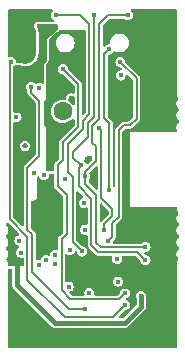
<source format=gbr>
%TF.GenerationSoftware,KiCad,Pcbnew,7.0.9*%
%TF.CreationDate,2024-04-04T21:50:02+13:00*%
%TF.ProjectId,panel,70616e65-6c2e-46b6-9963-61645f706362,rev?*%
%TF.SameCoordinates,Original*%
%TF.FileFunction,Copper,L2,Inr*%
%TF.FilePolarity,Positive*%
%FSLAX46Y46*%
G04 Gerber Fmt 4.6, Leading zero omitted, Abs format (unit mm)*
G04 Created by KiCad (PCBNEW 7.0.9) date 2024-04-04 21:50:02*
%MOMM*%
%LPD*%
G01*
G04 APERTURE LIST*
%TA.AperFunction,ComponentPad*%
%ADD10O,1.900000X3.500000*%
%TD*%
%TA.AperFunction,ComponentPad*%
%ADD11C,1.600000*%
%TD*%
%TA.AperFunction,ViaPad*%
%ADD12C,0.450000*%
%TD*%
%TA.AperFunction,Conductor*%
%ADD13C,0.400000*%
%TD*%
%TA.AperFunction,Conductor*%
%ADD14C,0.200000*%
%TD*%
G04 APERTURE END LIST*
D10*
%TO.N,Board_0-GND*%
%TO.C,J1*%
X142800000Y-23100000D03*
X154200000Y-23100000D03*
%TD*%
D11*
%TO.N,Board_0-Cap_V+*%
%TO.C,C3*%
X146000000Y-28900000D03*
%TO.N,Board_0-GND*%
X151000000Y-28900000D03*
%TD*%
D12*
%TO.N,Board_0-VBUS*%
X152650000Y-44500000D03*
X142100000Y-41400000D03*
X145300000Y-21800000D03*
X142150000Y-35100000D03*
%TO.N,Board_0-User_SW1*%
X149850000Y-39850000D03*
X150875000Y-24725000D03*
%TO.N,Board_0-User_LED3*%
X147650000Y-40750000D03*
X145450000Y-20750000D03*
%TO.N,Board_0-TXD*%
X153000000Y-40400000D03*
X147900000Y-34400000D03*
X151500000Y-20750000D03*
X144400000Y-34300000D03*
%TO.N,Board_0-RXD*%
X153000000Y-41500000D03*
X147550000Y-33450000D03*
X143550000Y-34100000D03*
X148650000Y-20750000D03*
%TO.N,Board_0-Net-(U6-V+)*%
X141600000Y-24700000D03*
X151250000Y-45300000D03*
%TO.N,Board_0-Net-(U6--)*%
X144000000Y-26900000D03*
%TO.N,Board_0-Net-(U5-~{CS})*%
X146490000Y-43720000D03*
%TO.N,Board_0-Net-(U4-VDD3P3)*%
X147775000Y-36625000D03*
%TO.N,Board_0-Net-(U1-VOUT)*%
X142080000Y-29400000D03*
%TO.N,Board_0-Net-(U1-RUN)*%
X145400000Y-24100000D03*
X144600000Y-30000000D03*
%TO.N,Board_0-Net-(R23-Pad1)*%
X146000000Y-25300000D03*
X151250000Y-44300000D03*
%TO.N,Board_0-GPIO9*%
X150650000Y-43300000D03*
%TO.N,Board_0-GPIO8*%
X148250000Y-44250000D03*
%TO.N,Board_0-GPIO2*%
X150600000Y-41400000D03*
%TO.N,Board_0-GND*%
X150874264Y-38800000D03*
X142600000Y-47000000D03*
X151400000Y-32400000D03*
X152500000Y-37200000D03*
X143675000Y-37625000D03*
X154200000Y-29600000D03*
X151400000Y-34000000D03*
X155100000Y-40500000D03*
X149600000Y-37600000D03*
X143675000Y-36625000D03*
X152300000Y-23450000D03*
X151400000Y-30700000D03*
X155400000Y-30400000D03*
X153500000Y-37200000D03*
X145675000Y-37625000D03*
X148575000Y-34825000D03*
X154000000Y-46700000D03*
X144675000Y-38625000D03*
X148100000Y-32900000D03*
X142800000Y-31800000D03*
X144675000Y-36625000D03*
X154500000Y-26000000D03*
X153950000Y-48300000D03*
X155100000Y-29000000D03*
X143675000Y-38625000D03*
X146700000Y-27800000D03*
X155100000Y-43500000D03*
X145675000Y-36625000D03*
X153600000Y-43000000D03*
X142600000Y-48000000D03*
X151400000Y-33200000D03*
X151550000Y-37200000D03*
X155100000Y-26500000D03*
X151400000Y-31550000D03*
X151400000Y-34700000D03*
X155200000Y-37200000D03*
X154100000Y-28700000D03*
X145675000Y-38625000D03*
X151400000Y-35350000D03*
X144675000Y-37625000D03*
X150500000Y-21900000D03*
X153250000Y-39000000D03*
X147150000Y-42100000D03*
X153100000Y-28500000D03*
X152300000Y-30400000D03*
X154200000Y-43450000D03*
X153800000Y-30400000D03*
X155000000Y-39000000D03*
X153600000Y-40000000D03*
X154100000Y-42000000D03*
%TO.N,Board_0-D0-*%
X143300000Y-26800000D03*
X147850000Y-45650000D03*
%TO.N,Board_0-Cap_V+*%
X149500000Y-38950000D03*
X149050000Y-30300000D03*
%TO.N,Board_0-A_VBUS*%
X150900000Y-25850000D03*
%TO.N,Board_0-ACC_SCK*%
X144600000Y-41500000D03*
%TO.N,Board_0-ACC_MOSI*%
X142450000Y-40850000D03*
%TO.N,Board_0-ACC_MISO*%
X144000000Y-41900000D03*
%TO.N,Board_0-ACC_INT2*%
X146600000Y-40600000D03*
%TO.N,Board_0-ACC_INT1*%
X145325000Y-41850000D03*
%TO.N,Board_0-+3V3*%
X149950000Y-35550000D03*
X145350000Y-41050000D03*
X142325000Y-39825000D03*
X146175000Y-34600000D03*
X149900000Y-23650000D03*
X147850000Y-38900000D03*
%TD*%
D13*
%TO.N,Board_0-VBUS*%
X152650000Y-45450000D02*
X152650000Y-44500000D01*
X145300000Y-21800000D02*
X144400000Y-22700000D01*
X144400000Y-24500000D02*
X142450000Y-26450000D01*
X144400000Y-22700000D02*
X144400000Y-24500000D01*
X142300000Y-26450000D02*
X142300000Y-26900000D01*
X145300000Y-46800000D02*
X151300000Y-46800000D01*
X142800000Y-27400000D02*
X142800000Y-29800000D01*
X142800000Y-29800000D02*
X142300000Y-30300000D01*
X142100000Y-43600000D02*
X145300000Y-46800000D01*
X151300000Y-46800000D02*
X152650000Y-45450000D01*
X142300000Y-30300000D02*
X142300000Y-30950000D01*
X142450000Y-26450000D02*
X142300000Y-26450000D01*
X142100000Y-41400000D02*
X142100000Y-43600000D01*
D14*
X143100000Y-25300000D02*
X143100000Y-25650000D01*
D13*
X142300000Y-26900000D02*
X142800000Y-27400000D01*
D14*
X143100000Y-25650000D02*
X142300000Y-26450000D01*
%TO.N,Board_0-User_SW1*%
X150750000Y-37800000D02*
X150750000Y-30500000D01*
X151700000Y-30050000D02*
X152250000Y-29500000D01*
X150200000Y-39500000D02*
X150200000Y-38350000D01*
X149850000Y-39850000D02*
X150200000Y-39500000D01*
X151200000Y-30050000D02*
X151700000Y-30050000D01*
X152250000Y-29500000D02*
X152250000Y-26100000D01*
X150750000Y-30500000D02*
X151200000Y-30050000D01*
X152250000Y-26100000D02*
X150875000Y-24725000D01*
X150200000Y-38350000D02*
X150750000Y-37800000D01*
%TO.N,Board_0-User_LED3*%
X147500000Y-20750000D02*
X145450000Y-20750000D01*
X147650000Y-40750000D02*
X146850000Y-39950000D01*
X147700000Y-30400000D02*
X147700000Y-29700000D01*
X146850000Y-34450000D02*
X146430000Y-34030000D01*
X146850000Y-39950000D02*
X146850000Y-34450000D01*
X146430000Y-34030000D02*
X146430000Y-31670000D01*
X147700000Y-29700000D02*
X148250000Y-29150000D01*
X148250000Y-29150000D02*
X148250000Y-21500000D01*
X148250000Y-21500000D02*
X147500000Y-20750000D01*
X146430000Y-31670000D02*
X147700000Y-30400000D01*
%TO.N,Board_0-TXD*%
X153000000Y-40400000D02*
X149200000Y-40400000D01*
X147900000Y-34000000D02*
X148800000Y-33100000D01*
X148850000Y-40050000D02*
X148850000Y-36000000D01*
X149850000Y-20750000D02*
X151500000Y-20750000D01*
X148800000Y-33100000D02*
X148800000Y-31850000D01*
X148800000Y-31850000D02*
X148500000Y-31550000D01*
X148500000Y-30100000D02*
X149100000Y-29500000D01*
X149200000Y-40400000D02*
X148850000Y-40050000D01*
X149100000Y-29500000D02*
X149100000Y-21500000D01*
X147900000Y-35050000D02*
X147900000Y-34400000D01*
X148500000Y-31550000D02*
X148500000Y-30100000D01*
X148850000Y-36000000D02*
X147900000Y-35050000D01*
X149100000Y-21500000D02*
X149850000Y-20750000D01*
X147900000Y-34400000D02*
X147900000Y-34000000D01*
%TO.N,Board_0-RXD*%
X147350000Y-33650000D02*
X147550000Y-33450000D01*
X148100000Y-31100000D02*
X148100000Y-29900000D01*
X148100000Y-29900000D02*
X148650000Y-29350000D01*
X149000000Y-40800000D02*
X148400000Y-40200000D01*
X148400000Y-36300000D02*
X147350000Y-35250000D01*
X147350000Y-35250000D02*
X147350000Y-33650000D01*
X152300000Y-40800000D02*
X149000000Y-40800000D01*
X148400000Y-40200000D02*
X148400000Y-36300000D01*
X146900000Y-32300000D02*
X148100000Y-31100000D01*
X147550000Y-33450000D02*
X146900000Y-32800000D01*
X148650000Y-29350000D02*
X148650000Y-20750000D01*
X146900000Y-32800000D02*
X146900000Y-32300000D01*
X153000000Y-41500000D02*
X152300000Y-40800000D01*
%TO.N,Board_0-Net-(U6-V+)*%
X151250000Y-45300000D02*
X150250000Y-46300000D01*
X141500000Y-24800000D02*
X141600000Y-24700000D01*
X141500000Y-38000000D02*
X141500000Y-24800000D01*
X150250000Y-46300000D02*
X146150000Y-46300000D01*
X146150000Y-46300000D02*
X143000000Y-43150000D01*
X143000000Y-43150000D02*
X143000000Y-39500000D01*
X143000000Y-39500000D02*
X141500000Y-38000000D01*
D13*
%TO.N,Board_0-Net-(U1-RUN)*%
X145000000Y-25900000D02*
X145000000Y-24500000D01*
X144600000Y-28100000D02*
X145400000Y-27300000D01*
X145400000Y-26300000D02*
X145000000Y-25900000D01*
X145400000Y-27300000D02*
X145400000Y-26300000D01*
X144600000Y-30000000D02*
X144600000Y-28100000D01*
X145000000Y-24500000D02*
X145400000Y-24100000D01*
D14*
%TO.N,Board_0-Net-(R23-Pad1)*%
X146350000Y-39250000D02*
X146350000Y-36000000D01*
X147300000Y-30200000D02*
X147300000Y-26600000D01*
X146000000Y-31500000D02*
X147300000Y-30200000D01*
X145900000Y-39700000D02*
X146350000Y-39250000D01*
X146000000Y-33000000D02*
X146000000Y-31500000D01*
X145900000Y-44050000D02*
X145900000Y-39700000D01*
X150750000Y-44800000D02*
X146650000Y-44800000D01*
X151250000Y-44300000D02*
X150750000Y-44800000D01*
X145590000Y-33410000D02*
X146000000Y-33000000D01*
X146350000Y-36000000D02*
X145590000Y-35240000D01*
X147300000Y-26600000D02*
X146000000Y-25300000D01*
X146650000Y-44800000D02*
X145900000Y-44050000D01*
X145590000Y-35240000D02*
X145590000Y-33410000D01*
%TO.N,Board_0-D0-*%
X146550000Y-45650000D02*
X143400000Y-42500000D01*
X143000000Y-33700000D02*
X144000000Y-32700000D01*
X144000000Y-32700000D02*
X144000000Y-28000000D01*
X143000000Y-38900000D02*
X143000000Y-33700000D01*
X143400000Y-42500000D02*
X143400000Y-39300000D01*
X144000000Y-28000000D02*
X143300000Y-27300000D01*
X143300000Y-27300000D02*
X143300000Y-26850000D01*
X143400000Y-39300000D02*
X143000000Y-38900000D01*
X147850000Y-45650000D02*
X146550000Y-45650000D01*
%TO.N,Board_0-Cap_V+*%
X149250000Y-30500000D02*
X149250000Y-36200000D01*
X150200000Y-37750000D02*
X149500000Y-38450000D01*
X150200000Y-37150000D02*
X150200000Y-37750000D01*
X149050000Y-30300000D02*
X149250000Y-30500000D01*
X149250000Y-36200000D02*
X150200000Y-37150000D01*
X149500000Y-38450000D02*
X149500000Y-38950000D01*
%TO.N,Board_0-+3V3*%
X149500000Y-29450000D02*
X149950000Y-29900000D01*
X149900000Y-23650000D02*
X149500000Y-24050000D01*
X149500000Y-24050000D02*
X149500000Y-29450000D01*
X149950000Y-29900000D02*
X149950000Y-35550000D01*
%TD*%
%TA.AperFunction,Conductor*%
%TO.N,Board_0-GND*%
G36*
X155608691Y-20269407D02*
G01*
X155644655Y-20318907D01*
X155649500Y-20349500D01*
X155649500Y-27205805D01*
X155649366Y-27209450D01*
X155648969Y-27214815D01*
X155649500Y-27236406D01*
X155649500Y-27262866D01*
X155649388Y-27262866D01*
X155649284Y-27271350D01*
X155649687Y-27271360D01*
X155649567Y-27276223D01*
X155650840Y-27293488D01*
X155650959Y-27295909D01*
X155651384Y-27313207D01*
X155651980Y-27318037D01*
X155651402Y-27318108D01*
X155652478Y-27332684D01*
X155653059Y-27332670D01*
X155653177Y-27337530D01*
X155655298Y-27354726D01*
X155655535Y-27357138D01*
X155656807Y-27374378D01*
X155657639Y-27379168D01*
X155657063Y-27379267D01*
X155658853Y-27393770D01*
X155659435Y-27393728D01*
X155659793Y-27398575D01*
X155659793Y-27398578D01*
X155661198Y-27406679D01*
X155662752Y-27415636D01*
X155663108Y-27418036D01*
X155665226Y-27435213D01*
X155666292Y-27439957D01*
X155665724Y-27440084D01*
X155668224Y-27454485D01*
X155668799Y-27454415D01*
X155669393Y-27459233D01*
X155673190Y-27476141D01*
X155673664Y-27478523D01*
X155676619Y-27495561D01*
X155677916Y-27500244D01*
X155677354Y-27500399D01*
X155680556Y-27514654D01*
X155681129Y-27514555D01*
X155681960Y-27519344D01*
X155686578Y-27536032D01*
X155687168Y-27538386D01*
X155690960Y-27555270D01*
X155692484Y-27559882D01*
X155691930Y-27560064D01*
X155695829Y-27574150D01*
X155696397Y-27574023D01*
X155697461Y-27578762D01*
X155697462Y-27578766D01*
X155701733Y-27591697D01*
X155702892Y-27595204D01*
X155703595Y-27597524D01*
X155708213Y-27614208D01*
X155709964Y-27618747D01*
X155709417Y-27618957D01*
X155714000Y-27632824D01*
X155714563Y-27632669D01*
X155715859Y-27637350D01*
X155715860Y-27637353D01*
X155715861Y-27637357D01*
X155720619Y-27649691D01*
X155722083Y-27653486D01*
X155722901Y-27655773D01*
X155728337Y-27672229D01*
X155730309Y-27676677D01*
X155729775Y-27676913D01*
X155735032Y-27690539D01*
X155735587Y-27690356D01*
X155737112Y-27694973D01*
X155744123Y-27710790D01*
X155745053Y-27713036D01*
X155751286Y-27729194D01*
X155753473Y-27733539D01*
X155752951Y-27733801D01*
X155758869Y-27747147D01*
X155759413Y-27746938D01*
X155761162Y-27751474D01*
X155766182Y-27761445D01*
X155775458Y-27821923D01*
X155747415Y-27876304D01*
X155742586Y-27880778D01*
X155717855Y-27902207D01*
X155640049Y-28023276D01*
X155640046Y-28023283D01*
X155599500Y-28161369D01*
X155599500Y-28305298D01*
X155640046Y-28443384D01*
X155640049Y-28443391D01*
X155717856Y-28564461D01*
X155717858Y-28564463D01*
X155826400Y-28658515D01*
X155857996Y-28710910D01*
X155852760Y-28771871D01*
X155826400Y-28808153D01*
X155717858Y-28902204D01*
X155717856Y-28902206D01*
X155640049Y-29023276D01*
X155640046Y-29023283D01*
X155599500Y-29161369D01*
X155599500Y-29305298D01*
X155640046Y-29443384D01*
X155640049Y-29443391D01*
X155717856Y-29564461D01*
X155717858Y-29564463D01*
X155826400Y-29658515D01*
X155857996Y-29710910D01*
X155852760Y-29771871D01*
X155826400Y-29808153D01*
X155717858Y-29902204D01*
X155717856Y-29902206D01*
X155640049Y-30023276D01*
X155640046Y-30023283D01*
X155599500Y-30161369D01*
X155599500Y-30305298D01*
X155640046Y-30443384D01*
X155640049Y-30443391D01*
X155674808Y-30497477D01*
X155690363Y-30556652D01*
X155668164Y-30613668D01*
X155616691Y-30646748D01*
X155591524Y-30650000D01*
X151650000Y-30650000D01*
X151650000Y-36950000D01*
X155552415Y-36950000D01*
X155610606Y-36968907D01*
X155646570Y-37018407D01*
X155650561Y-37041749D01*
X155650790Y-37041721D01*
X155651980Y-37051371D01*
X155651401Y-37051442D01*
X155652476Y-37066006D01*
X155653058Y-37065992D01*
X155653178Y-37070859D01*
X155655297Y-37088043D01*
X155655534Y-37090455D01*
X155656808Y-37107719D01*
X155657639Y-37112507D01*
X155657063Y-37112606D01*
X155658853Y-37127103D01*
X155659435Y-37127061D01*
X155659793Y-37131908D01*
X155659793Y-37131911D01*
X155661198Y-37140012D01*
X155662752Y-37148969D01*
X155663108Y-37151369D01*
X155665226Y-37168546D01*
X155666292Y-37173290D01*
X155665724Y-37173417D01*
X155668224Y-37187818D01*
X155668799Y-37187748D01*
X155669393Y-37192566D01*
X155673190Y-37209474D01*
X155673664Y-37211856D01*
X155676619Y-37228894D01*
X155677916Y-37233577D01*
X155677354Y-37233732D01*
X155680554Y-37247982D01*
X155681129Y-37247883D01*
X155681961Y-37252680D01*
X155686577Y-37269361D01*
X155687166Y-37271713D01*
X155690960Y-37288602D01*
X155692487Y-37293224D01*
X155691933Y-37293406D01*
X155695831Y-37307487D01*
X155696398Y-37307360D01*
X155697464Y-37312107D01*
X155702893Y-37328542D01*
X155703598Y-37330865D01*
X155708213Y-37347542D01*
X155709961Y-37352074D01*
X155709415Y-37352284D01*
X155714001Y-37366165D01*
X155714564Y-37366010D01*
X155715859Y-37370691D01*
X155722087Y-37386835D01*
X155722905Y-37389121D01*
X155728338Y-37405565D01*
X155730309Y-37410012D01*
X155729774Y-37410249D01*
X155735028Y-37423867D01*
X155735585Y-37423684D01*
X155737111Y-37428304D01*
X155743223Y-37442094D01*
X155744127Y-37444132D01*
X155745055Y-37446373D01*
X155751286Y-37462525D01*
X155753474Y-37466871D01*
X155752951Y-37467134D01*
X155758872Y-37480488D01*
X155759416Y-37480279D01*
X155761164Y-37484813D01*
X155766182Y-37494781D01*
X155775457Y-37555259D01*
X155747412Y-37609639D01*
X155742586Y-37614110D01*
X155717856Y-37635539D01*
X155717854Y-37635542D01*
X155640049Y-37756608D01*
X155640046Y-37756615D01*
X155599500Y-37894701D01*
X155599500Y-38038630D01*
X155640046Y-38176716D01*
X155640049Y-38176723D01*
X155717856Y-38297793D01*
X155717858Y-38297795D01*
X155826400Y-38391847D01*
X155857996Y-38444242D01*
X155852760Y-38505203D01*
X155826400Y-38541485D01*
X155717858Y-38635536D01*
X155717856Y-38635538D01*
X155640049Y-38756608D01*
X155640046Y-38756615D01*
X155599500Y-38894701D01*
X155599500Y-39038630D01*
X155640046Y-39176716D01*
X155640049Y-39176723D01*
X155717856Y-39297793D01*
X155717858Y-39297795D01*
X155826400Y-39391847D01*
X155857996Y-39444242D01*
X155852760Y-39505203D01*
X155826400Y-39541485D01*
X155717858Y-39635536D01*
X155717856Y-39635538D01*
X155640049Y-39756608D01*
X155640046Y-39756615D01*
X155599500Y-39894701D01*
X155599500Y-40038630D01*
X155640046Y-40176716D01*
X155640049Y-40176723D01*
X155717856Y-40297793D01*
X155717858Y-40297795D01*
X155826400Y-40391847D01*
X155857996Y-40444242D01*
X155852760Y-40505203D01*
X155826400Y-40541485D01*
X155717858Y-40635536D01*
X155717856Y-40635538D01*
X155640049Y-40756608D01*
X155640046Y-40756615D01*
X155599500Y-40894701D01*
X155599500Y-41038630D01*
X155640046Y-41176716D01*
X155640049Y-41176723D01*
X155717856Y-41297793D01*
X155742585Y-41319221D01*
X155774180Y-41371617D01*
X155768944Y-41432578D01*
X155766185Y-41438546D01*
X155761165Y-41448519D01*
X155759414Y-41453060D01*
X155758872Y-41452850D01*
X155752951Y-41466209D01*
X155753469Y-41466470D01*
X155751284Y-41470808D01*
X155745055Y-41486958D01*
X155744127Y-41489199D01*
X155737114Y-41505020D01*
X155735588Y-41509641D01*
X155735033Y-41509457D01*
X155729776Y-41523089D01*
X155730308Y-41523325D01*
X155728337Y-41527770D01*
X155722904Y-41544214D01*
X155722088Y-41546496D01*
X155715862Y-41562636D01*
X155714564Y-41567327D01*
X155714001Y-41567171D01*
X155709420Y-41581038D01*
X155709965Y-41581249D01*
X155708212Y-41585793D01*
X155703593Y-41602478D01*
X155702890Y-41604795D01*
X155697464Y-41621225D01*
X155696399Y-41625968D01*
X155695831Y-41625840D01*
X155691932Y-41639929D01*
X155692485Y-41640112D01*
X155690958Y-41644734D01*
X155687167Y-41661611D01*
X155686579Y-41663958D01*
X155681962Y-41680648D01*
X155681129Y-41685450D01*
X155680555Y-41685350D01*
X155677356Y-41699602D01*
X155677916Y-41699757D01*
X155676618Y-41704445D01*
X155673661Y-41721484D01*
X155673188Y-41723860D01*
X155669394Y-41740761D01*
X155668799Y-41745586D01*
X155668225Y-41745515D01*
X155665727Y-41759912D01*
X155666292Y-41760039D01*
X155665227Y-41764779D01*
X155663108Y-41781964D01*
X155662751Y-41784364D01*
X155659793Y-41801413D01*
X155659436Y-41806262D01*
X155658854Y-41806219D01*
X155657064Y-41820728D01*
X155657639Y-41820828D01*
X155656807Y-41825616D01*
X155655535Y-41842862D01*
X155655298Y-41845273D01*
X155653177Y-41862476D01*
X155653059Y-41867330D01*
X155652479Y-41867315D01*
X155651405Y-41881897D01*
X155651979Y-41881968D01*
X155651384Y-41886787D01*
X155650959Y-41904089D01*
X155650840Y-41906510D01*
X155649567Y-41923775D01*
X155649687Y-41928642D01*
X155649283Y-41928651D01*
X155649388Y-41937134D01*
X155649500Y-41937134D01*
X155649500Y-41963592D01*
X155648969Y-41985186D01*
X155649366Y-41990552D01*
X155649500Y-41994197D01*
X155649500Y-48850500D01*
X155630593Y-48908691D01*
X155581093Y-48944655D01*
X155550500Y-48949500D01*
X141449500Y-48949500D01*
X141391309Y-48930593D01*
X141355345Y-48881093D01*
X141350500Y-48850500D01*
X141350500Y-42302250D01*
X141369407Y-42244059D01*
X141418907Y-42208095D01*
X141463588Y-42204258D01*
X141472224Y-42205500D01*
X141600500Y-42205500D01*
X141658691Y-42224407D01*
X141694655Y-42273907D01*
X141699500Y-42304500D01*
X141699500Y-43663437D01*
X141706953Y-43686374D01*
X141710579Y-43701474D01*
X141714354Y-43725306D01*
X141725301Y-43746788D01*
X141731247Y-43761142D01*
X141738703Y-43784088D01*
X141738702Y-43784088D01*
X141752884Y-43803608D01*
X141760997Y-43816847D01*
X141771950Y-43838342D01*
X141771951Y-43838343D01*
X141792031Y-43858424D01*
X144971949Y-47038342D01*
X145061657Y-47128049D01*
X145061658Y-47128050D01*
X145083149Y-47139000D01*
X145096395Y-47147117D01*
X145115910Y-47161296D01*
X145115912Y-47161296D01*
X145115913Y-47161297D01*
X145138852Y-47168750D01*
X145153195Y-47174690D01*
X145174696Y-47185646D01*
X145198524Y-47189419D01*
X145213633Y-47193047D01*
X145222194Y-47195828D01*
X145236567Y-47200499D01*
X145266437Y-47200499D01*
X145266461Y-47200500D01*
X145268481Y-47200500D01*
X151363432Y-47200500D01*
X151363433Y-47200500D01*
X151386382Y-47193043D01*
X151401465Y-47189421D01*
X151425304Y-47185646D01*
X151446802Y-47174690D01*
X151461151Y-47168748D01*
X151484090Y-47161296D01*
X151503612Y-47147111D01*
X151516849Y-47139000D01*
X151538342Y-47128050D01*
X151555261Y-47111129D01*
X151555265Y-47111127D01*
X151560906Y-47105485D01*
X151560909Y-47105484D01*
X152955483Y-45710909D01*
X152978050Y-45688342D01*
X152989002Y-45666843D01*
X152997115Y-45653605D01*
X153011296Y-45634090D01*
X153018751Y-45611144D01*
X153024695Y-45596795D01*
X153035646Y-45575304D01*
X153039419Y-45551473D01*
X153043048Y-45536364D01*
X153050498Y-45513435D01*
X153050499Y-45513434D01*
X153050499Y-45483563D01*
X153050500Y-45483538D01*
X153050500Y-44674987D01*
X153058665Y-44640978D01*
X153057311Y-44640538D01*
X153059718Y-44633127D01*
X153059719Y-44633126D01*
X153080804Y-44500000D01*
X153059719Y-44366874D01*
X152998528Y-44246780D01*
X152903220Y-44151472D01*
X152903217Y-44151470D01*
X152783129Y-44090282D01*
X152783127Y-44090281D01*
X152650000Y-44069196D01*
X152516872Y-44090281D01*
X152516870Y-44090282D01*
X152396782Y-44151470D01*
X152301470Y-44246782D01*
X152240282Y-44366870D01*
X152240281Y-44366872D01*
X152219196Y-44499999D01*
X152219196Y-44500000D01*
X152240281Y-44633127D01*
X152242689Y-44640538D01*
X152241334Y-44640978D01*
X152249500Y-44674987D01*
X152249500Y-45243099D01*
X152230593Y-45301290D01*
X152220504Y-45313103D01*
X151163103Y-46370504D01*
X151108586Y-46398281D01*
X151093099Y-46399500D01*
X150814479Y-46399500D01*
X150756288Y-46380593D01*
X150720324Y-46331093D01*
X150720324Y-46269907D01*
X150744475Y-46230497D01*
X151220324Y-45754647D01*
X151274839Y-45726869D01*
X151383126Y-45709719D01*
X151503220Y-45648528D01*
X151598528Y-45553220D01*
X151659719Y-45433126D01*
X151680804Y-45300000D01*
X151678857Y-45287710D01*
X151667519Y-45216121D01*
X151659719Y-45166874D01*
X151598528Y-45046780D01*
X151503220Y-44951472D01*
X151503217Y-44951470D01*
X151379061Y-44888209D01*
X151335796Y-44844945D01*
X151326225Y-44784513D01*
X151354003Y-44729996D01*
X151379061Y-44711791D01*
X151452963Y-44674134D01*
X151503220Y-44648528D01*
X151598528Y-44553220D01*
X151659719Y-44433126D01*
X151680804Y-44300000D01*
X151659719Y-44166874D01*
X151598528Y-44046780D01*
X151503220Y-43951472D01*
X151503217Y-43951470D01*
X151383129Y-43890282D01*
X151383127Y-43890281D01*
X151250000Y-43869196D01*
X151116872Y-43890281D01*
X151116870Y-43890282D01*
X150996782Y-43951470D01*
X150901470Y-44046782D01*
X150840282Y-44166870D01*
X150840281Y-44166872D01*
X150823129Y-44275160D01*
X150795352Y-44329675D01*
X150654526Y-44470503D01*
X150600010Y-44498281D01*
X150584522Y-44499500D01*
X148757201Y-44499500D01*
X148699010Y-44480593D01*
X148663046Y-44431093D01*
X148659420Y-44385013D01*
X148680804Y-44250000D01*
X148680804Y-44249999D01*
X148667638Y-44166872D01*
X148659719Y-44116874D01*
X148598528Y-43996780D01*
X148503220Y-43901472D01*
X148503217Y-43901470D01*
X148383129Y-43840282D01*
X148383127Y-43840281D01*
X148250000Y-43819196D01*
X148116872Y-43840281D01*
X148116870Y-43840282D01*
X147996782Y-43901470D01*
X147901470Y-43996782D01*
X147840282Y-44116870D01*
X147840281Y-44116872D01*
X147819196Y-44249999D01*
X147819196Y-44250000D01*
X147840580Y-44385013D01*
X147831009Y-44445445D01*
X147787744Y-44488710D01*
X147742799Y-44499500D01*
X146815479Y-44499500D01*
X146757288Y-44480593D01*
X146745475Y-44470504D01*
X146571946Y-44296975D01*
X146544169Y-44242458D01*
X146553740Y-44182026D01*
X146597005Y-44138761D01*
X146615881Y-44132628D01*
X146615718Y-44132126D01*
X146623119Y-44129719D01*
X146623126Y-44129719D01*
X146743220Y-44068528D01*
X146838528Y-43973220D01*
X146899719Y-43853126D01*
X146920804Y-43720000D01*
X146919175Y-43709718D01*
X146909484Y-43648528D01*
X146899719Y-43586874D01*
X146838528Y-43466780D01*
X146743220Y-43371472D01*
X146743217Y-43371470D01*
X146623129Y-43310282D01*
X146623127Y-43310281D01*
X146558215Y-43300000D01*
X150219196Y-43300000D01*
X150240281Y-43433127D01*
X150240282Y-43433129D01*
X150301470Y-43553217D01*
X150301472Y-43553220D01*
X150396780Y-43648528D01*
X150516874Y-43709719D01*
X150650000Y-43730804D01*
X150783126Y-43709719D01*
X150903220Y-43648528D01*
X150998528Y-43553220D01*
X151059719Y-43433126D01*
X151080804Y-43300000D01*
X151078829Y-43287533D01*
X151068131Y-43219987D01*
X151059719Y-43166874D01*
X150998528Y-43046780D01*
X150903220Y-42951472D01*
X150903217Y-42951470D01*
X150783129Y-42890282D01*
X150783127Y-42890281D01*
X150650000Y-42869196D01*
X150516872Y-42890281D01*
X150516870Y-42890282D01*
X150396782Y-42951470D01*
X150301470Y-43046782D01*
X150240282Y-43166870D01*
X150240281Y-43166872D01*
X150219196Y-43299999D01*
X150219196Y-43300000D01*
X146558215Y-43300000D01*
X146490000Y-43289196D01*
X146356874Y-43310281D01*
X146344445Y-43316614D01*
X146284013Y-43326185D01*
X146229496Y-43298408D01*
X146201719Y-43243891D01*
X146200500Y-43228404D01*
X146200500Y-41035547D01*
X146219407Y-40977356D01*
X146268907Y-40941392D01*
X146330093Y-40941392D01*
X146344446Y-40947338D01*
X146346778Y-40948526D01*
X146346780Y-40948528D01*
X146466874Y-41009719D01*
X146600000Y-41030804D01*
X146733126Y-41009719D01*
X146853220Y-40948528D01*
X146948528Y-40853220D01*
X146997752Y-40756613D01*
X147013257Y-40726184D01*
X147015494Y-40727324D01*
X147044404Y-40687514D01*
X147102591Y-40668593D01*
X147160786Y-40687487D01*
X147172618Y-40697589D01*
X147195352Y-40720323D01*
X147223129Y-40774839D01*
X147240281Y-40883127D01*
X147240282Y-40883129D01*
X147288532Y-40977824D01*
X147301472Y-41003220D01*
X147396780Y-41098528D01*
X147516874Y-41159719D01*
X147650000Y-41180804D01*
X147783126Y-41159719D01*
X147903220Y-41098528D01*
X147998528Y-41003220D01*
X148059719Y-40883126D01*
X148080804Y-40750000D01*
X148080006Y-40744964D01*
X148073118Y-40701472D01*
X148059719Y-40616874D01*
X148021976Y-40542799D01*
X148001723Y-40503050D01*
X148000655Y-40496311D01*
X147989382Y-40487634D01*
X147903220Y-40401472D01*
X147903217Y-40401470D01*
X147783129Y-40340282D01*
X147783127Y-40340281D01*
X147674839Y-40323129D01*
X147620323Y-40295352D01*
X147179496Y-39854525D01*
X147151719Y-39800008D01*
X147150500Y-39784521D01*
X147150500Y-36659965D01*
X147160154Y-36630250D01*
X147150500Y-36590034D01*
X147150500Y-35714479D01*
X147169407Y-35656288D01*
X147218907Y-35620324D01*
X147280093Y-35620324D01*
X147319504Y-35644475D01*
X147718951Y-36043922D01*
X147746728Y-36098439D01*
X147737157Y-36158871D01*
X147693892Y-36202136D01*
X147664437Y-36211707D01*
X147641871Y-36215281D01*
X147641870Y-36215282D01*
X147521782Y-36276470D01*
X147426470Y-36371782D01*
X147365282Y-36491870D01*
X147365281Y-36491872D01*
X147347281Y-36605521D01*
X147338380Y-36622989D01*
X147347281Y-36644478D01*
X147365281Y-36758127D01*
X147365282Y-36758129D01*
X147426470Y-36878217D01*
X147426472Y-36878220D01*
X147521780Y-36973528D01*
X147521782Y-36973529D01*
X147575659Y-37000981D01*
X147641874Y-37034719D01*
X147775000Y-37055804D01*
X147908126Y-37034719D01*
X147955554Y-37010552D01*
X148015986Y-37000981D01*
X148070503Y-37028758D01*
X148098281Y-37083274D01*
X148099500Y-37098762D01*
X148099500Y-38392799D01*
X148080593Y-38450990D01*
X148031093Y-38486954D01*
X147985013Y-38490580D01*
X147983126Y-38490281D01*
X147850000Y-38469196D01*
X147716872Y-38490281D01*
X147716870Y-38490282D01*
X147596782Y-38551470D01*
X147501470Y-38646782D01*
X147440282Y-38766870D01*
X147440281Y-38766872D01*
X147419196Y-38899999D01*
X147419196Y-38900000D01*
X147440281Y-39033127D01*
X147440282Y-39033129D01*
X147501470Y-39153217D01*
X147501472Y-39153220D01*
X147596780Y-39248528D01*
X147716874Y-39309719D01*
X147824945Y-39326835D01*
X147849999Y-39330804D01*
X147849999Y-39330803D01*
X147850000Y-39330804D01*
X147983126Y-39309719D01*
X147983126Y-39309718D01*
X147985013Y-39309420D01*
X148045445Y-39318991D01*
X148088710Y-39362256D01*
X148099500Y-39407201D01*
X148099500Y-40134835D01*
X148097280Y-40148513D01*
X148098494Y-40148683D01*
X148097226Y-40157766D01*
X148099447Y-40205783D01*
X148099500Y-40208069D01*
X148099500Y-40227842D01*
X148100152Y-40231332D01*
X148100943Y-40238149D01*
X148102414Y-40269987D01*
X148102415Y-40269994D01*
X148106384Y-40278982D01*
X148113133Y-40300773D01*
X148114939Y-40310433D01*
X148131717Y-40337533D01*
X148134915Y-40343600D01*
X148149945Y-40377635D01*
X148150634Y-40384394D01*
X148167294Y-40399723D01*
X148167900Y-40399172D01*
X148174079Y-40405950D01*
X148174080Y-40405951D01*
X148174081Y-40405952D01*
X148187632Y-40416185D01*
X148199511Y-40425156D01*
X148204690Y-40429662D01*
X148741436Y-40966407D01*
X148749537Y-40977647D01*
X148750516Y-40976909D01*
X148756044Y-40984230D01*
X148791569Y-41016616D01*
X148793223Y-41018195D01*
X148805833Y-41030804D01*
X148807203Y-41032174D01*
X148810128Y-41034178D01*
X148815505Y-41038437D01*
X148839064Y-41059914D01*
X148839065Y-41059914D01*
X148839067Y-41059916D01*
X148848230Y-41063466D01*
X148868416Y-41074105D01*
X148876519Y-41079656D01*
X148907553Y-41086955D01*
X148914090Y-41088979D01*
X148943827Y-41100500D01*
X148953652Y-41100500D01*
X148976316Y-41103129D01*
X148985881Y-41105379D01*
X149012118Y-41101719D01*
X149017453Y-41100975D01*
X149024299Y-41100500D01*
X150113499Y-41100500D01*
X150171690Y-41119407D01*
X150207654Y-41168907D01*
X150207654Y-41230093D01*
X150201709Y-41244444D01*
X150190281Y-41266872D01*
X150169196Y-41399999D01*
X150169196Y-41400000D01*
X150190281Y-41533127D01*
X150190282Y-41533129D01*
X150251470Y-41653217D01*
X150251472Y-41653220D01*
X150346780Y-41748528D01*
X150466874Y-41809719D01*
X150600000Y-41830804D01*
X150733126Y-41809719D01*
X150853220Y-41748528D01*
X150948528Y-41653220D01*
X151009719Y-41533126D01*
X151030804Y-41400000D01*
X151030669Y-41399150D01*
X151015873Y-41305730D01*
X151009719Y-41266874D01*
X150999481Y-41246780D01*
X150998291Y-41244444D01*
X150988720Y-41184012D01*
X151016498Y-41129496D01*
X151071015Y-41101719D01*
X151086501Y-41100500D01*
X152134521Y-41100500D01*
X152192712Y-41119407D01*
X152204525Y-41129496D01*
X152545352Y-41470323D01*
X152573129Y-41524839D01*
X152590281Y-41633127D01*
X152590282Y-41633129D01*
X152649377Y-41749109D01*
X152651472Y-41753220D01*
X152746780Y-41848528D01*
X152746782Y-41848529D01*
X152866216Y-41909384D01*
X152866874Y-41909719D01*
X153000000Y-41930804D01*
X153133126Y-41909719D01*
X153253220Y-41848528D01*
X153348528Y-41753220D01*
X153409719Y-41633126D01*
X153430804Y-41500000D01*
X153430006Y-41494964D01*
X153425004Y-41463380D01*
X153409719Y-41366874D01*
X153409718Y-41366872D01*
X153409717Y-41366870D01*
X153348529Y-41246782D01*
X153348528Y-41246780D01*
X153253220Y-41151472D01*
X153253217Y-41151470D01*
X153133129Y-41090282D01*
X153133127Y-41090281D01*
X153024839Y-41073129D01*
X152970324Y-41045352D01*
X152924778Y-40999806D01*
X152897002Y-40945291D01*
X152906573Y-40884859D01*
X152949838Y-40841594D01*
X152994783Y-40830804D01*
X153000000Y-40830804D01*
X153133126Y-40809719D01*
X153253220Y-40748528D01*
X153348528Y-40653220D01*
X153409719Y-40533126D01*
X153430804Y-40400000D01*
X153409719Y-40266874D01*
X153348528Y-40146780D01*
X153253220Y-40051472D01*
X153253217Y-40051470D01*
X153133129Y-39990282D01*
X153133127Y-39990281D01*
X153000000Y-39969196D01*
X152866872Y-39990281D01*
X152866870Y-39990282D01*
X152746782Y-40051470D01*
X152746780Y-40051471D01*
X152746780Y-40051472D01*
X152727746Y-40070505D01*
X152673232Y-40098281D01*
X152657745Y-40099500D01*
X150357201Y-40099500D01*
X150299010Y-40080593D01*
X150263046Y-40031093D01*
X150259420Y-39985014D01*
X150268841Y-39925529D01*
X150276869Y-39874839D01*
X150304646Y-39820324D01*
X150366405Y-39758564D01*
X150377664Y-39750493D01*
X150376905Y-39749487D01*
X150384221Y-39743961D01*
X150384228Y-39743958D01*
X150416632Y-39708411D01*
X150418186Y-39706783D01*
X150432174Y-39692797D01*
X150434181Y-39689865D01*
X150438440Y-39684490D01*
X150445890Y-39676318D01*
X150459916Y-39660933D01*
X150463466Y-39651767D01*
X150474107Y-39631581D01*
X150479657Y-39623480D01*
X150486956Y-39592443D01*
X150488980Y-39585908D01*
X150500500Y-39556173D01*
X150500500Y-39546348D01*
X150503129Y-39523683D01*
X150505379Y-39514119D01*
X150500975Y-39482546D01*
X150500500Y-39475699D01*
X150500500Y-38515477D01*
X150519407Y-38457286D01*
X150529490Y-38445480D01*
X150916403Y-38058566D01*
X150927664Y-38050493D01*
X150926905Y-38049487D01*
X150934221Y-38043961D01*
X150934228Y-38043958D01*
X150966632Y-38008411D01*
X150968186Y-38006783D01*
X150982174Y-37992797D01*
X150984181Y-37989865D01*
X150988440Y-37984490D01*
X151009916Y-37960933D01*
X151013465Y-37951770D01*
X151024106Y-37931582D01*
X151029656Y-37923481D01*
X151036955Y-37892443D01*
X151038977Y-37885914D01*
X151050500Y-37856173D01*
X151050500Y-37846348D01*
X151053129Y-37823683D01*
X151055379Y-37814119D01*
X151050975Y-37782547D01*
X151050500Y-37775701D01*
X151050500Y-30665479D01*
X151069407Y-30607288D01*
X151079496Y-30595475D01*
X151295475Y-30379496D01*
X151349992Y-30351719D01*
X151365479Y-30350500D01*
X151634836Y-30350500D01*
X151648511Y-30352732D01*
X151648683Y-30351506D01*
X151657764Y-30352772D01*
X151657765Y-30352773D01*
X151657765Y-30352772D01*
X151657766Y-30352773D01*
X151666507Y-30352368D01*
X151705793Y-30350552D01*
X151708070Y-30350500D01*
X151727841Y-30350500D01*
X151727844Y-30350500D01*
X151731337Y-30349846D01*
X151738141Y-30349056D01*
X151769992Y-30347585D01*
X151778976Y-30343617D01*
X151800777Y-30336865D01*
X151810433Y-30335061D01*
X151837543Y-30318274D01*
X151843589Y-30315088D01*
X151872765Y-30302206D01*
X151879709Y-30295260D01*
X151897601Y-30281089D01*
X151905952Y-30275919D01*
X151925165Y-30250474D01*
X151929662Y-30245308D01*
X152151694Y-30023276D01*
X152416405Y-29758564D01*
X152427664Y-29750493D01*
X152426905Y-29749487D01*
X152434221Y-29743961D01*
X152434228Y-29743958D01*
X152466632Y-29708411D01*
X152468186Y-29706783D01*
X152482174Y-29692797D01*
X152484181Y-29689865D01*
X152488440Y-29684490D01*
X152509916Y-29660933D01*
X152513465Y-29651770D01*
X152524106Y-29631582D01*
X152529656Y-29623481D01*
X152536955Y-29592443D01*
X152538977Y-29585914D01*
X152550500Y-29556173D01*
X152550500Y-29546348D01*
X152553129Y-29523683D01*
X152555379Y-29514119D01*
X152550975Y-29482547D01*
X152550500Y-29475701D01*
X152550500Y-26165169D01*
X152552731Y-26151496D01*
X152551505Y-26151325D01*
X152552773Y-26142233D01*
X152550553Y-26094216D01*
X152550500Y-26091929D01*
X152550500Y-26072160D01*
X152550500Y-26072156D01*
X152549846Y-26068664D01*
X152549056Y-26061859D01*
X152547585Y-26030009D01*
X152543613Y-26021014D01*
X152536865Y-25999220D01*
X152535061Y-25989567D01*
X152518278Y-25962462D01*
X152515085Y-25956406D01*
X152506090Y-25936031D01*
X152502207Y-25927236D01*
X152495257Y-25920286D01*
X152481088Y-25902396D01*
X152475920Y-25894049D01*
X152475919Y-25894048D01*
X152450483Y-25874839D01*
X152445306Y-25870334D01*
X151329646Y-24754675D01*
X151301869Y-24700158D01*
X151295855Y-24662187D01*
X151284719Y-24591874D01*
X151223528Y-24471780D01*
X151128220Y-24376472D01*
X151128217Y-24376470D01*
X151008129Y-24315282D01*
X151008127Y-24315281D01*
X150875000Y-24294196D01*
X150741872Y-24315281D01*
X150741870Y-24315282D01*
X150621782Y-24376470D01*
X150526470Y-24471782D01*
X150465282Y-24591870D01*
X150465281Y-24591872D01*
X150444196Y-24724999D01*
X150444196Y-24725000D01*
X150465281Y-24858127D01*
X150465282Y-24858129D01*
X150526470Y-24978217D01*
X150526472Y-24978220D01*
X150621780Y-25073528D01*
X150741874Y-25134719D01*
X150850159Y-25151869D01*
X150904674Y-25179646D01*
X150904675Y-25179646D01*
X150975221Y-25250192D01*
X151002998Y-25304709D01*
X150993427Y-25365141D01*
X150950162Y-25408406D01*
X150905217Y-25419196D01*
X150900000Y-25419196D01*
X150766872Y-25440281D01*
X150766870Y-25440282D01*
X150646782Y-25501470D01*
X150551470Y-25596782D01*
X150490282Y-25716870D01*
X150490281Y-25716872D01*
X150469196Y-25849999D01*
X150469196Y-25850000D01*
X150490281Y-25983127D01*
X150490282Y-25983129D01*
X150546298Y-26093066D01*
X150551472Y-26103220D01*
X150646780Y-26198528D01*
X150766874Y-26259719D01*
X150900000Y-26280804D01*
X151033126Y-26259719D01*
X151153220Y-26198528D01*
X151248528Y-26103220D01*
X151309719Y-25983126D01*
X151330804Y-25850000D01*
X151330804Y-25849999D01*
X151330804Y-25844783D01*
X151349711Y-25786592D01*
X151399211Y-25750628D01*
X151460397Y-25750628D01*
X151499808Y-25774779D01*
X151920504Y-26195475D01*
X151948281Y-26249992D01*
X151949500Y-26265479D01*
X151949500Y-29334521D01*
X151930593Y-29392712D01*
X151920504Y-29404524D01*
X151604526Y-29720503D01*
X151550009Y-29748281D01*
X151534522Y-29749500D01*
X151265164Y-29749500D01*
X151251488Y-29747267D01*
X151251317Y-29748494D01*
X151242233Y-29747226D01*
X151201886Y-29749092D01*
X151194206Y-29749447D01*
X151191930Y-29749500D01*
X151172153Y-29749500D01*
X151168658Y-29750153D01*
X151161845Y-29750943D01*
X151130010Y-29752414D01*
X151130006Y-29752415D01*
X151121015Y-29756385D01*
X151099227Y-29763132D01*
X151089570Y-29764937D01*
X151089564Y-29764939D01*
X151062466Y-29781717D01*
X151056399Y-29784915D01*
X151027237Y-29797792D01*
X151027233Y-29797795D01*
X151020284Y-29804744D01*
X151002409Y-29818903D01*
X150994048Y-29824080D01*
X150974839Y-29849515D01*
X150970335Y-29854692D01*
X150583590Y-30241437D01*
X150572361Y-30249550D01*
X150573090Y-30250515D01*
X150565771Y-30256041D01*
X150533372Y-30291580D01*
X150531796Y-30293231D01*
X150517830Y-30307198D01*
X150517817Y-30307213D01*
X150515813Y-30310138D01*
X150511561Y-30315504D01*
X150490084Y-30339065D01*
X150490083Y-30339067D01*
X150486529Y-30348240D01*
X150475896Y-30368412D01*
X150470346Y-30376515D01*
X150470342Y-30376524D01*
X150463045Y-30407545D01*
X150461016Y-30414098D01*
X150449500Y-30443824D01*
X150449500Y-30453651D01*
X150446871Y-30476316D01*
X150445871Y-30480568D01*
X150440504Y-30489416D01*
X150447551Y-30506884D01*
X150449025Y-30517452D01*
X150449500Y-30524298D01*
X150449500Y-35208744D01*
X150430593Y-35266935D01*
X150381093Y-35302899D01*
X150319907Y-35302899D01*
X150280496Y-35278748D01*
X150279496Y-35277748D01*
X150251719Y-35223231D01*
X150250500Y-35207744D01*
X150250500Y-30520561D01*
X150258356Y-30496379D01*
X150258212Y-30496212D01*
X150250500Y-30457903D01*
X150250500Y-29965168D01*
X150252731Y-29951495D01*
X150251505Y-29951324D01*
X150252773Y-29942232D01*
X150250997Y-29903811D01*
X150250552Y-29894207D01*
X150250500Y-29891928D01*
X150250500Y-29872160D01*
X150250500Y-29872156D01*
X150249846Y-29868664D01*
X150249056Y-29861859D01*
X150247585Y-29830008D01*
X150243615Y-29821017D01*
X150236864Y-29799215D01*
X150236598Y-29797794D01*
X150235061Y-29789567D01*
X150218276Y-29762458D01*
X150215084Y-29756401D01*
X150202206Y-29727235D01*
X150202205Y-29727233D01*
X150195256Y-29720284D01*
X150181090Y-29702399D01*
X150175919Y-29694048D01*
X150150483Y-29674839D01*
X150145306Y-29670334D01*
X149829496Y-29354525D01*
X149801719Y-29300008D01*
X149800500Y-29284521D01*
X149800500Y-24215477D01*
X149819407Y-24157286D01*
X149829491Y-24145478D01*
X149870324Y-24104645D01*
X149924834Y-24076870D01*
X150033126Y-24059719D01*
X150153220Y-23998528D01*
X150248528Y-23903220D01*
X150278218Y-23844949D01*
X150321481Y-23801687D01*
X150381913Y-23792116D01*
X150419098Y-23806072D01*
X150450474Y-23825787D01*
X150450475Y-23825787D01*
X150450478Y-23825789D01*
X150551145Y-23861014D01*
X150620738Y-23885366D01*
X150620742Y-23885367D01*
X150620745Y-23885368D01*
X150620746Y-23885368D01*
X150620750Y-23885369D01*
X150755029Y-23900499D01*
X150755045Y-23900499D01*
X150755046Y-23900500D01*
X150755047Y-23900500D01*
X150844953Y-23900500D01*
X150844954Y-23900500D01*
X150844955Y-23900499D01*
X150844970Y-23900499D01*
X150979249Y-23885369D01*
X150979251Y-23885368D01*
X150979255Y-23885368D01*
X151149522Y-23825789D01*
X151302262Y-23729816D01*
X151429816Y-23602262D01*
X151525789Y-23449522D01*
X151585368Y-23279255D01*
X151605565Y-23100000D01*
X151585368Y-22920745D01*
X151525789Y-22750478D01*
X151429816Y-22597738D01*
X151302262Y-22470184D01*
X151302259Y-22470182D01*
X151302258Y-22470181D01*
X151149523Y-22374211D01*
X150979261Y-22314633D01*
X150979249Y-22314630D01*
X150844970Y-22299500D01*
X150844954Y-22299500D01*
X150755046Y-22299500D01*
X150755029Y-22299500D01*
X150620750Y-22314630D01*
X150620738Y-22314633D01*
X150450477Y-22374211D01*
X150450476Y-22374211D01*
X150297741Y-22470181D01*
X150170181Y-22597741D01*
X150074211Y-22750476D01*
X150074211Y-22750477D01*
X150014633Y-22920738D01*
X150014632Y-22920742D01*
X149994435Y-23100000D01*
X149995462Y-23109113D01*
X149983188Y-23169054D01*
X149938025Y-23210334D01*
X149907529Y-23216934D01*
X149907695Y-23217977D01*
X149766872Y-23240281D01*
X149766870Y-23240282D01*
X149646782Y-23301470D01*
X149646780Y-23301471D01*
X149646780Y-23301472D01*
X149569501Y-23378750D01*
X149514987Y-23406526D01*
X149454555Y-23396955D01*
X149411290Y-23353690D01*
X149400500Y-23308745D01*
X149400500Y-21665479D01*
X149419407Y-21607288D01*
X149429496Y-21595475D01*
X149945475Y-21079496D01*
X149999992Y-21051719D01*
X150015479Y-21050500D01*
X151157745Y-21050500D01*
X151215936Y-21069407D01*
X151227742Y-21079490D01*
X151246780Y-21098528D01*
X151366874Y-21159719D01*
X151500000Y-21180804D01*
X151633126Y-21159719D01*
X151753220Y-21098528D01*
X151848528Y-21003220D01*
X151909719Y-20883126D01*
X151930804Y-20750000D01*
X151909719Y-20616874D01*
X151848528Y-20496780D01*
X151771249Y-20419501D01*
X151743474Y-20364987D01*
X151753045Y-20304555D01*
X151796310Y-20261290D01*
X151841255Y-20250500D01*
X155550500Y-20250500D01*
X155608691Y-20269407D01*
G37*
%TD.AperFunction*%
%TA.AperFunction,Conductor*%
G36*
X145239793Y-34166526D02*
G01*
X145280843Y-34211897D01*
X145289500Y-34252382D01*
X145289500Y-35174835D01*
X145287280Y-35188513D01*
X145288494Y-35188683D01*
X145287226Y-35197766D01*
X145289447Y-35245783D01*
X145289500Y-35248069D01*
X145289500Y-35267842D01*
X145290152Y-35271332D01*
X145290943Y-35278149D01*
X145292414Y-35309987D01*
X145292415Y-35309994D01*
X145296384Y-35318982D01*
X145303133Y-35340773D01*
X145304939Y-35350433D01*
X145321717Y-35377533D01*
X145324915Y-35383600D01*
X145330752Y-35396818D01*
X145337794Y-35412765D01*
X145344745Y-35419716D01*
X145358907Y-35437596D01*
X145364081Y-35445952D01*
X145389511Y-35465156D01*
X145394690Y-35469662D01*
X146020504Y-36095475D01*
X146048281Y-36149992D01*
X146049500Y-36165479D01*
X146049500Y-39084521D01*
X146030593Y-39142712D01*
X146020503Y-39154525D01*
X145733591Y-39441436D01*
X145722361Y-39449550D01*
X145723090Y-39450515D01*
X145715771Y-39456041D01*
X145683372Y-39491580D01*
X145681796Y-39493231D01*
X145667830Y-39507198D01*
X145667817Y-39507213D01*
X145665813Y-39510138D01*
X145661561Y-39515504D01*
X145640084Y-39539065D01*
X145640083Y-39539067D01*
X145636529Y-39548240D01*
X145625896Y-39568412D01*
X145620346Y-39576515D01*
X145620342Y-39576524D01*
X145613045Y-39607545D01*
X145611016Y-39614098D01*
X145599500Y-39643824D01*
X145599500Y-39653651D01*
X145596870Y-39676318D01*
X145594621Y-39685879D01*
X145599025Y-39717452D01*
X145599500Y-39724298D01*
X145599500Y-40542799D01*
X145580593Y-40600990D01*
X145531093Y-40636954D01*
X145485013Y-40640580D01*
X145483126Y-40640281D01*
X145350000Y-40619196D01*
X145216872Y-40640281D01*
X145216870Y-40640282D01*
X145096782Y-40701470D01*
X145001470Y-40796782D01*
X144940282Y-40916870D01*
X144940281Y-40916872D01*
X144920713Y-41040417D01*
X144892935Y-41094933D01*
X144838418Y-41122710D01*
X144777987Y-41113139D01*
X144762757Y-41105379D01*
X144733126Y-41090281D01*
X144600000Y-41069196D01*
X144466872Y-41090281D01*
X144466870Y-41090282D01*
X144346782Y-41151470D01*
X144251470Y-41246782D01*
X144190282Y-41366870D01*
X144190281Y-41366871D01*
X144185301Y-41398313D01*
X144157522Y-41452829D01*
X144103005Y-41480606D01*
X144072033Y-41480605D01*
X144000000Y-41469196D01*
X143866872Y-41490281D01*
X143844444Y-41501709D01*
X143784012Y-41511280D01*
X143729496Y-41483502D01*
X143701719Y-41428985D01*
X143700500Y-41413499D01*
X143700500Y-39365168D01*
X143702731Y-39351495D01*
X143701505Y-39351324D01*
X143702773Y-39342232D01*
X143701256Y-39309420D01*
X143700552Y-39294207D01*
X143700500Y-39291928D01*
X143700500Y-39272160D01*
X143700500Y-39272156D01*
X143699846Y-39268664D01*
X143699056Y-39261859D01*
X143697585Y-39230008D01*
X143693614Y-39221016D01*
X143686864Y-39199214D01*
X143685061Y-39189568D01*
X143685061Y-39189567D01*
X143668276Y-39162458D01*
X143665088Y-39156410D01*
X143652206Y-39127234D01*
X143652205Y-39127233D01*
X143652204Y-39127231D01*
X143645254Y-39120281D01*
X143631088Y-39102395D01*
X143625921Y-39094050D01*
X143625918Y-39094047D01*
X143613303Y-39084521D01*
X143600486Y-39074842D01*
X143595313Y-39070340D01*
X143329496Y-38804524D01*
X143301719Y-38750007D01*
X143300500Y-38734520D01*
X143300500Y-36558380D01*
X143319407Y-36500189D01*
X143368907Y-36464225D01*
X143403330Y-36459455D01*
X143450055Y-36461267D01*
X143518724Y-36448371D01*
X143574087Y-36429505D01*
X143625587Y-36403265D01*
X143670164Y-36372550D01*
X143718185Y-36329104D01*
X143732843Y-36314431D01*
X143777490Y-36234614D01*
X143797175Y-36167575D01*
X143805500Y-36109677D01*
X143805500Y-34637657D01*
X143804555Y-34623745D01*
X143804555Y-34623743D01*
X143804556Y-34623746D01*
X143799077Y-34583609D01*
X143788112Y-34553220D01*
X143785698Y-34546531D01*
X143783733Y-34485381D01*
X143808815Y-34442932D01*
X143835990Y-34415757D01*
X143890503Y-34387983D01*
X143950935Y-34397554D01*
X143994199Y-34440818D01*
X144041234Y-34533127D01*
X144051472Y-34553220D01*
X144146780Y-34648528D01*
X144266874Y-34709719D01*
X144400000Y-34730804D01*
X144533126Y-34709719D01*
X144653220Y-34648528D01*
X144748528Y-34553220D01*
X144809719Y-34433126D01*
X144830804Y-34300000D01*
X144826050Y-34269986D01*
X144835621Y-34209556D01*
X144878885Y-34166291D01*
X144923831Y-34155500D01*
X145165498Y-34155500D01*
X145165500Y-34155500D01*
X145179914Y-34153950D01*
X145239793Y-34166526D01*
G37*
%TD.AperFunction*%
%TA.AperFunction,Conductor*%
G36*
X149319504Y-36694475D02*
G01*
X149870504Y-37245475D01*
X149898281Y-37299992D01*
X149899500Y-37315479D01*
X149899500Y-37584520D01*
X149880593Y-37642711D01*
X149870504Y-37654524D01*
X149333590Y-38191437D01*
X149322358Y-38199552D01*
X149323087Y-38200517D01*
X149309160Y-38211034D01*
X149251329Y-38231013D01*
X149192799Y-38213184D01*
X149155927Y-38164357D01*
X149150500Y-38132030D01*
X149150500Y-36764479D01*
X149169407Y-36706288D01*
X149218907Y-36670324D01*
X149280093Y-36670324D01*
X149319504Y-36694475D01*
G37*
%TD.AperFunction*%
%TA.AperFunction,Conductor*%
G36*
X148895445Y-33526268D02*
G01*
X148938710Y-33569533D01*
X148949500Y-33614478D01*
X148949500Y-35435521D01*
X148930593Y-35493712D01*
X148881093Y-35529676D01*
X148819907Y-35529676D01*
X148780496Y-35505525D01*
X148229496Y-34954525D01*
X148201719Y-34900008D01*
X148200500Y-34884521D01*
X148200500Y-34742255D01*
X148219407Y-34684064D01*
X148229490Y-34672257D01*
X148248528Y-34653220D01*
X148309719Y-34533126D01*
X148330804Y-34400000D01*
X148309719Y-34266874D01*
X148263344Y-34175858D01*
X148257441Y-34164272D01*
X148247869Y-34103840D01*
X148275646Y-34049324D01*
X148780497Y-33544473D01*
X148835013Y-33516697D01*
X148895445Y-33526268D01*
G37*
%TD.AperFunction*%
%TA.AperFunction,Conductor*%
G36*
X148186288Y-32690922D02*
G01*
X148189744Y-32691596D01*
X148211809Y-32696728D01*
X148287600Y-32699976D01*
X148287607Y-32699975D01*
X148287608Y-32699975D01*
X148322179Y-32695004D01*
X148356750Y-32690033D01*
X148356750Y-32690034D01*
X148372373Y-32686801D01*
X148380444Y-32685132D01*
X148441259Y-32691859D01*
X148486505Y-32733046D01*
X148499500Y-32782079D01*
X148499500Y-32934520D01*
X148480593Y-32992711D01*
X148470503Y-33004524D01*
X148122617Y-33352409D01*
X148068101Y-33380186D01*
X148007669Y-33370615D01*
X147964404Y-33327350D01*
X147961565Y-33320495D01*
X147898529Y-33196782D01*
X147898528Y-33196780D01*
X147844448Y-33142700D01*
X147816673Y-33088186D01*
X147826244Y-33027754D01*
X147829309Y-33022314D01*
X147829632Y-33021631D01*
X147829636Y-33021627D01*
X147859565Y-32958492D01*
X147876843Y-32902611D01*
X147885704Y-32846659D01*
X147895275Y-32817201D01*
X147912679Y-32783042D01*
X147930881Y-32757988D01*
X147957988Y-32730881D01*
X147983041Y-32712680D01*
X148017201Y-32695274D01*
X148046653Y-32685704D01*
X148084517Y-32679708D01*
X148115480Y-32679708D01*
X148186288Y-32690922D01*
G37*
%TD.AperFunction*%
%TA.AperFunction,Conductor*%
G36*
X142853346Y-31585705D02*
G01*
X142882796Y-31595274D01*
X142899876Y-31603976D01*
X142916953Y-31612678D01*
X142942011Y-31630883D01*
X142969112Y-31657984D01*
X142987318Y-31683044D01*
X143004721Y-31717200D01*
X143014292Y-31746653D01*
X143020289Y-31784512D01*
X143020289Y-31815485D01*
X143014293Y-31853342D01*
X143004721Y-31882800D01*
X142987319Y-31916953D01*
X142969114Y-31942012D01*
X142942012Y-31969114D01*
X142916953Y-31987319D01*
X142882800Y-32004721D01*
X142853342Y-32014293D01*
X142815485Y-32020289D01*
X142784512Y-32020289D01*
X142746659Y-32014294D01*
X142717199Y-32004722D01*
X142683043Y-31987318D01*
X142657987Y-31969114D01*
X142630888Y-31942016D01*
X142612680Y-31916955D01*
X142610615Y-31912903D01*
X142604513Y-31900927D01*
X142595277Y-31882799D01*
X142585706Y-31853344D01*
X142584868Y-31848051D01*
X142579709Y-31815479D01*
X142579709Y-31784515D01*
X142585704Y-31746655D01*
X142595275Y-31717201D01*
X142602310Y-31703394D01*
X142612679Y-31683042D01*
X142630881Y-31657988D01*
X142657988Y-31630881D01*
X142683039Y-31612681D01*
X142717205Y-31595272D01*
X142746649Y-31585705D01*
X142784521Y-31579708D01*
X142815475Y-31579708D01*
X142853346Y-31585705D01*
G37*
%TD.AperFunction*%
%TA.AperFunction,Conductor*%
G36*
X146786939Y-27591025D02*
G01*
X146790343Y-27591689D01*
X146811306Y-27596565D01*
X146887100Y-27599814D01*
X146887112Y-27599812D01*
X146891698Y-27599584D01*
X146891760Y-27600844D01*
X146946681Y-27610336D01*
X146989333Y-27654204D01*
X146999500Y-27697905D01*
X146999500Y-28264110D01*
X146980593Y-28322301D01*
X146931093Y-28358265D01*
X146869907Y-28358265D01*
X146823972Y-28326915D01*
X146710887Y-28189121D01*
X146710878Y-28189112D01*
X146558537Y-28064089D01*
X146558531Y-28064085D01*
X146493420Y-28029283D01*
X146451013Y-27985178D01*
X146442630Y-27924570D01*
X146450632Y-27899565D01*
X146454278Y-27891874D01*
X146471556Y-27835993D01*
X146485704Y-27746657D01*
X146495275Y-27717201D01*
X146512679Y-27683042D01*
X146530881Y-27657988D01*
X146557988Y-27630881D01*
X146583039Y-27612681D01*
X146617205Y-27595272D01*
X146646649Y-27585705D01*
X146684521Y-27579708D01*
X146715475Y-27579708D01*
X146786939Y-27591025D01*
G37*
%TD.AperFunction*%
%TA.AperFunction,Conductor*%
G36*
X145166936Y-20269407D02*
G01*
X145202900Y-20318907D01*
X145202900Y-20380093D01*
X145178750Y-20419501D01*
X145137236Y-20461016D01*
X145101470Y-20496782D01*
X145040282Y-20616870D01*
X145040281Y-20616872D01*
X145019196Y-20749999D01*
X145019196Y-20750000D01*
X145040281Y-20883127D01*
X145040282Y-20883129D01*
X145085224Y-20971332D01*
X145101472Y-21003220D01*
X145196780Y-21098528D01*
X145213979Y-21107291D01*
X145257243Y-21150555D01*
X145266814Y-21210987D01*
X145239036Y-21265504D01*
X145184520Y-21293281D01*
X145169033Y-21294500D01*
X143886256Y-21294500D01*
X143844284Y-21298834D01*
X143844264Y-21298837D01*
X143794662Y-21309192D01*
X143786130Y-21311164D01*
X143704712Y-21352809D01*
X143704707Y-21352813D01*
X143651148Y-21397670D01*
X143651147Y-21397670D01*
X143632897Y-21414959D01*
X143632895Y-21414961D01*
X143586915Y-21494016D01*
X143566108Y-21560712D01*
X143560102Y-21585125D01*
X143560101Y-21585133D01*
X143564159Y-21676481D01*
X143564161Y-21676494D01*
X143571475Y-21703044D01*
X143571473Y-21703081D01*
X143582295Y-21742319D01*
X143582361Y-21742558D01*
X143582360Y-21742559D01*
X143582732Y-21743908D01*
X143582733Y-21743911D01*
X143587753Y-21762139D01*
X143587726Y-21763106D01*
X143589006Y-21764457D01*
X143595806Y-21778114D01*
X143614737Y-21816149D01*
X143614777Y-21816214D01*
X143680867Y-21948941D01*
X143687467Y-21965976D01*
X143730379Y-22116791D01*
X143733736Y-22134749D01*
X143744789Y-22254025D01*
X143745000Y-22258595D01*
X143745000Y-23941403D01*
X143744789Y-23945973D01*
X143733736Y-24065249D01*
X143730378Y-24083208D01*
X143687467Y-24234019D01*
X143680869Y-24251052D01*
X143610988Y-24391395D01*
X143601369Y-24406929D01*
X143506882Y-24532048D01*
X143494575Y-24545548D01*
X143378707Y-24651177D01*
X143364128Y-24662187D01*
X143230830Y-24744722D01*
X143214475Y-24752866D01*
X143068272Y-24809504D01*
X143050702Y-24814503D01*
X142896586Y-24843314D01*
X142878394Y-24845000D01*
X142721606Y-24845000D01*
X142703415Y-24843314D01*
X142676819Y-24838342D01*
X142531838Y-24811240D01*
X142527390Y-24810195D01*
X142513951Y-24806372D01*
X142513942Y-24806370D01*
X142469163Y-24797999D01*
X142431400Y-24794500D01*
X142431398Y-24794500D01*
X142129804Y-24794500D01*
X142071613Y-24775593D01*
X142035649Y-24726093D01*
X142032717Y-24707584D01*
X142032023Y-24707695D01*
X142023071Y-24651177D01*
X142009719Y-24566874D01*
X141948528Y-24446780D01*
X141853220Y-24351472D01*
X141853217Y-24351470D01*
X141733129Y-24290282D01*
X141733127Y-24290281D01*
X141600000Y-24269196D01*
X141466874Y-24290281D01*
X141466873Y-24290281D01*
X141464987Y-24290580D01*
X141404555Y-24281009D01*
X141361290Y-24237744D01*
X141350500Y-24192799D01*
X141350500Y-20349500D01*
X141369407Y-20291309D01*
X141418907Y-20255345D01*
X141449500Y-20250500D01*
X145108745Y-20250500D01*
X145166936Y-20269407D01*
G37*
%TD.AperFunction*%
%TD*%
%TA.AperFunction,Conductor*%
%TO.N,Board_0-Net-(U1-RUN)*%
G36*
X147892539Y-22019685D02*
G01*
X147938294Y-22072489D01*
X147949500Y-22124000D01*
X147949500Y-28974166D01*
X147929815Y-29041205D01*
X147913181Y-29061847D01*
X147812181Y-29162847D01*
X147750858Y-29196332D01*
X147681166Y-29191348D01*
X147625233Y-29149476D01*
X147600816Y-29084012D01*
X147600500Y-29075166D01*
X147600500Y-26662839D01*
X147601095Y-26654263D01*
X147602771Y-26642240D01*
X147602773Y-26642236D01*
X147600566Y-26594491D01*
X147600500Y-26591628D01*
X147600500Y-26572159D01*
X147600499Y-26572153D01*
X147600009Y-26569533D01*
X147599016Y-26560980D01*
X147597585Y-26530009D01*
X147594788Y-26523676D01*
X147586332Y-26496370D01*
X147585061Y-26489567D01*
X147568738Y-26463205D01*
X147564731Y-26455602D01*
X147552207Y-26427237D01*
X147552206Y-26427236D01*
X147552206Y-26427235D01*
X147547309Y-26422338D01*
X147529563Y-26399934D01*
X147525918Y-26394047D01*
X147501172Y-26375360D01*
X147494694Y-26369723D01*
X146460391Y-25335420D01*
X146426906Y-25274097D01*
X146425599Y-25267136D01*
X146409720Y-25166878D01*
X146409719Y-25166876D01*
X146409719Y-25166874D01*
X146348528Y-25046780D01*
X146348526Y-25046778D01*
X146348523Y-25046774D01*
X146253225Y-24951476D01*
X146253221Y-24951473D01*
X146253220Y-24951472D01*
X146133126Y-24890281D01*
X146133124Y-24890280D01*
X146133121Y-24890279D01*
X146000002Y-24869196D01*
X145999998Y-24869196D01*
X145866878Y-24890279D01*
X145746778Y-24951473D01*
X145746774Y-24951476D01*
X145651476Y-25046774D01*
X145651473Y-25046778D01*
X145590279Y-25166878D01*
X145569196Y-25299997D01*
X145569196Y-25300002D01*
X145590279Y-25433121D01*
X145590280Y-25433124D01*
X145590281Y-25433126D01*
X145651472Y-25553220D01*
X145651473Y-25553221D01*
X145651476Y-25553225D01*
X145746774Y-25648523D01*
X145746778Y-25648526D01*
X145746780Y-25648528D01*
X145866874Y-25709719D01*
X145866876Y-25709719D01*
X145866878Y-25709720D01*
X145967136Y-25725599D01*
X146030271Y-25755528D01*
X146035420Y-25760391D01*
X146963181Y-26688152D01*
X146996666Y-26749475D01*
X146999500Y-26775833D01*
X146999500Y-27273668D01*
X146979815Y-27340707D01*
X146927011Y-27386462D01*
X146857853Y-27396406D01*
X146837178Y-27391598D01*
X146833120Y-27390279D01*
X146700002Y-27369196D01*
X146699998Y-27369196D01*
X146566878Y-27390279D01*
X146446778Y-27451473D01*
X146446774Y-27451476D01*
X146351476Y-27546774D01*
X146351473Y-27546778D01*
X146290279Y-27666878D01*
X146268586Y-27803847D01*
X146238657Y-27866982D01*
X146179345Y-27903913D01*
X146133960Y-27907852D01*
X146000001Y-27894659D01*
X146000000Y-27894659D01*
X145803870Y-27913975D01*
X145615266Y-27971188D01*
X145441467Y-28064086D01*
X145441460Y-28064090D01*
X145289116Y-28189116D01*
X145164090Y-28341460D01*
X145164086Y-28341467D01*
X145071188Y-28515266D01*
X145013975Y-28703870D01*
X144994659Y-28900000D01*
X145013975Y-29096129D01*
X145071188Y-29284733D01*
X145164086Y-29458532D01*
X145164090Y-29458539D01*
X145289116Y-29610883D01*
X145441460Y-29735909D01*
X145441467Y-29735913D01*
X145615266Y-29828811D01*
X145615269Y-29828811D01*
X145615273Y-29828814D01*
X145803868Y-29886024D01*
X146000000Y-29905341D01*
X146196132Y-29886024D01*
X146384727Y-29828814D01*
X146558538Y-29735910D01*
X146710883Y-29610883D01*
X146779646Y-29527094D01*
X146837392Y-29487760D01*
X146907237Y-29485889D01*
X146967005Y-29522076D01*
X146997721Y-29584832D01*
X146999500Y-29605759D01*
X146999500Y-30024166D01*
X146979815Y-30091205D01*
X146963181Y-30111847D01*
X145831948Y-31243080D01*
X145825464Y-31248722D01*
X145815768Y-31256044D01*
X145783559Y-31291374D01*
X145781585Y-31293442D01*
X145767827Y-31307200D01*
X145767822Y-31307206D01*
X145766306Y-31309420D01*
X145760976Y-31316148D01*
X145740083Y-31339066D01*
X145740083Y-31339067D01*
X145737578Y-31345533D01*
X145724259Y-31370802D01*
X145720345Y-31376515D01*
X145720343Y-31376521D01*
X145713244Y-31406699D01*
X145710702Y-31414907D01*
X145699500Y-31443826D01*
X145699500Y-31450751D01*
X145696206Y-31479141D01*
X145694621Y-31485877D01*
X145694621Y-31485881D01*
X145698905Y-31516590D01*
X145699500Y-31525166D01*
X145699500Y-32824166D01*
X145679815Y-32891205D01*
X145663181Y-32911847D01*
X145421947Y-33153080D01*
X145415464Y-33158722D01*
X145405768Y-33166044D01*
X145373559Y-33201374D01*
X145371585Y-33203442D01*
X145357827Y-33217200D01*
X145357822Y-33217206D01*
X145356306Y-33219420D01*
X145350976Y-33226148D01*
X145330083Y-33249066D01*
X145330083Y-33249067D01*
X145327578Y-33255533D01*
X145314259Y-33280802D01*
X145310345Y-33286515D01*
X145310343Y-33286521D01*
X145303244Y-33316699D01*
X145300702Y-33324907D01*
X145289500Y-33353826D01*
X145289500Y-33360751D01*
X145286206Y-33389141D01*
X145284621Y-33395877D01*
X145284621Y-33395881D01*
X145288905Y-33426590D01*
X145289500Y-33435166D01*
X145289500Y-33826000D01*
X145269815Y-33893039D01*
X145217011Y-33938794D01*
X145165500Y-33950000D01*
X144724000Y-33950000D01*
X144656961Y-33930315D01*
X144611206Y-33877511D01*
X144600000Y-33826000D01*
X144600000Y-24917754D01*
X144619685Y-24850715D01*
X144636319Y-24830073D01*
X144705484Y-24760908D01*
X144728050Y-24738342D01*
X144738109Y-24718597D01*
X144748271Y-24702014D01*
X144761296Y-24684090D01*
X144768141Y-24663022D01*
X144775586Y-24645045D01*
X144785646Y-24625304D01*
X144789112Y-24603415D01*
X144793652Y-24584501D01*
X144800499Y-24563433D01*
X144800499Y-24534076D01*
X144800500Y-24534051D01*
X144800500Y-23100003D01*
X145394435Y-23100003D01*
X145414630Y-23279249D01*
X145414631Y-23279254D01*
X145474211Y-23449523D01*
X145570184Y-23602262D01*
X145697738Y-23729816D01*
X145850478Y-23825789D01*
X146020745Y-23885368D01*
X146020750Y-23885369D01*
X146111246Y-23895565D01*
X146155040Y-23900499D01*
X146155043Y-23900500D01*
X146155046Y-23900500D01*
X146244957Y-23900500D01*
X146244958Y-23900499D01*
X146312104Y-23892934D01*
X146379249Y-23885369D01*
X146379252Y-23885368D01*
X146379255Y-23885368D01*
X146549522Y-23825789D01*
X146702262Y-23729816D01*
X146829816Y-23602262D01*
X146925789Y-23449522D01*
X146985368Y-23279255D01*
X147005565Y-23100000D01*
X146985368Y-22920745D01*
X146925789Y-22750478D01*
X146829816Y-22597738D01*
X146702262Y-22470184D01*
X146652778Y-22439091D01*
X146549523Y-22374211D01*
X146379254Y-22314631D01*
X146379249Y-22314630D01*
X146244960Y-22299500D01*
X146244954Y-22299500D01*
X146155046Y-22299500D01*
X146155039Y-22299500D01*
X146020750Y-22314630D01*
X146020745Y-22314631D01*
X145850476Y-22374211D01*
X145697737Y-22470184D01*
X145570184Y-22597737D01*
X145474211Y-22750476D01*
X145414631Y-22920745D01*
X145414630Y-22920750D01*
X145394435Y-23099996D01*
X145394435Y-23100003D01*
X144800500Y-23100003D01*
X144800500Y-22917253D01*
X144820185Y-22850214D01*
X144836815Y-22829576D01*
X145467248Y-22199142D01*
X145498631Y-22176341D01*
X145553220Y-22148528D01*
X145648528Y-22053220D01*
X145648529Y-22053217D01*
X145650057Y-22051116D01*
X145652569Y-22049178D01*
X145655429Y-22046319D01*
X145655798Y-22046688D01*
X145705387Y-22008449D01*
X145750376Y-22000000D01*
X147825500Y-22000000D01*
X147892539Y-22019685D01*
G37*
%TD.AperFunction*%
%TD*%
%TA.AperFunction,Conductor*%
%TO.N,Board_0-VBUS*%
G36*
X141376189Y-38312216D02*
G01*
X141412359Y-38337330D01*
X142277421Y-39202392D01*
X142310906Y-39263715D01*
X142305922Y-39333407D01*
X142264050Y-39389340D01*
X142209138Y-39412546D01*
X142191878Y-39415279D01*
X142071778Y-39476473D01*
X142071774Y-39476476D01*
X141976476Y-39571774D01*
X141976473Y-39571778D01*
X141915279Y-39691878D01*
X141894196Y-39824997D01*
X141894196Y-39825002D01*
X141915279Y-39958121D01*
X141915280Y-39958124D01*
X141915281Y-39958126D01*
X141976472Y-40078220D01*
X141976473Y-40078221D01*
X141976476Y-40078225D01*
X142071774Y-40173523D01*
X142071778Y-40173526D01*
X142071780Y-40173528D01*
X142191874Y-40234719D01*
X142191876Y-40234719D01*
X142191878Y-40234720D01*
X142218066Y-40238868D01*
X142281201Y-40268797D01*
X142318133Y-40328108D01*
X142317135Y-40397970D01*
X142278526Y-40456203D01*
X142254964Y-40471826D01*
X142196779Y-40501472D01*
X142196774Y-40501476D01*
X142101476Y-40596774D01*
X142101473Y-40596778D01*
X142040279Y-40716878D01*
X142019196Y-40849997D01*
X142019196Y-40850002D01*
X142040279Y-40983121D01*
X142040280Y-40983124D01*
X142040281Y-40983126D01*
X142101472Y-41103220D01*
X142101473Y-41103221D01*
X142101476Y-41103225D01*
X142196774Y-41198523D01*
X142196778Y-41198526D01*
X142196780Y-41198528D01*
X142316874Y-41259719D01*
X142316876Y-41259719D01*
X142316878Y-41259720D01*
X142449998Y-41280804D01*
X142450000Y-41280804D01*
X142450002Y-41280804D01*
X142519988Y-41269718D01*
X142556102Y-41263999D01*
X142625395Y-41272953D01*
X142678847Y-41317949D01*
X142699487Y-41384701D01*
X142699500Y-41386472D01*
X142699500Y-41876000D01*
X142679815Y-41943039D01*
X142627011Y-41988794D01*
X142575500Y-42000000D01*
X141472224Y-42000000D01*
X141405185Y-41980315D01*
X141359430Y-41927511D01*
X141349156Y-41891177D01*
X141347868Y-41880733D01*
X141349551Y-41880525D01*
X141348894Y-41868521D01*
X141346969Y-41868569D01*
X141346819Y-41862483D01*
X141346820Y-41862473D01*
X141344733Y-41845558D01*
X141344441Y-41842578D01*
X141343190Y-41825617D01*
X141343190Y-41825612D01*
X141343187Y-41825603D01*
X141342148Y-41819609D01*
X141344727Y-41819161D01*
X141343471Y-41807302D01*
X141340656Y-41807510D01*
X141340207Y-41801423D01*
X141337298Y-41784662D01*
X141336852Y-41781649D01*
X141334772Y-41764786D01*
X141333436Y-41758836D01*
X141335013Y-41758481D01*
X141332980Y-41746612D01*
X141331351Y-41746814D01*
X141330605Y-41740776D01*
X141330605Y-41740765D01*
X141326876Y-41724163D01*
X141326284Y-41721186D01*
X141323379Y-41704437D01*
X141321755Y-41698568D01*
X141322709Y-41698303D01*
X141320129Y-41686479D01*
X141319080Y-41686661D01*
X141318038Y-41680662D01*
X141318038Y-41680653D01*
X141313496Y-41664241D01*
X141312763Y-41661315D01*
X141309038Y-41644726D01*
X141309036Y-41644722D01*
X141307129Y-41638948D01*
X141308514Y-41638490D01*
X141305377Y-41626844D01*
X141303873Y-41627182D01*
X141302538Y-41621238D01*
X141302537Y-41621236D01*
X141302537Y-41621233D01*
X141297200Y-41605080D01*
X141296320Y-41602178D01*
X141291785Y-41585788D01*
X141291783Y-41585784D01*
X141289594Y-41580108D01*
X141291432Y-41579398D01*
X141287962Y-41567909D01*
X141285764Y-41568518D01*
X141284139Y-41562648D01*
X141284138Y-41562642D01*
X141278015Y-41546769D01*
X141277000Y-41543933D01*
X141271661Y-41527771D01*
X141271656Y-41527763D01*
X141269190Y-41522196D01*
X141270372Y-41521671D01*
X141266182Y-41510363D01*
X141264801Y-41510820D01*
X141262888Y-41505030D01*
X141262887Y-41505029D01*
X141262887Y-41505026D01*
X141255991Y-41489469D01*
X141254840Y-41486689D01*
X141253826Y-41484062D01*
X141248713Y-41470806D01*
X141248711Y-41470803D01*
X141248710Y-41470800D01*
X141245974Y-41465363D01*
X141247801Y-41464443D01*
X141243029Y-41453446D01*
X141241032Y-41454217D01*
X141238837Y-41448529D01*
X141238836Y-41448524D01*
X141238833Y-41448518D01*
X141237466Y-41444975D01*
X141237020Y-41439594D01*
X141235676Y-41436496D01*
X141235672Y-41436478D01*
X141236742Y-41436240D01*
X141231698Y-41375343D01*
X141264491Y-41313647D01*
X141271931Y-41306642D01*
X141282143Y-41297794D01*
X141359953Y-41176719D01*
X141400500Y-41038627D01*
X141400500Y-40894705D01*
X141359953Y-40756613D01*
X141282143Y-40635538D01*
X141195403Y-40560378D01*
X141157629Y-40501602D01*
X141157629Y-40431732D01*
X141195403Y-40372954D01*
X141195404Y-40372953D01*
X141282143Y-40297794D01*
X141359953Y-40176719D01*
X141360892Y-40173523D01*
X141388874Y-40078221D01*
X141400500Y-40038627D01*
X141400500Y-39894705D01*
X141359953Y-39756613D01*
X141282143Y-39635538D01*
X141195403Y-39560378D01*
X141157629Y-39501602D01*
X141157629Y-39431732D01*
X141195403Y-39372954D01*
X141195404Y-39372953D01*
X141223029Y-39349016D01*
X141282143Y-39297794D01*
X141359953Y-39176719D01*
X141400500Y-39038627D01*
X141400500Y-38894705D01*
X141391417Y-38863773D01*
X141359954Y-38756615D01*
X141359953Y-38756613D01*
X141282143Y-38635538D01*
X141269981Y-38625000D01*
X141195404Y-38560379D01*
X141157629Y-38501602D01*
X141157629Y-38431732D01*
X141195403Y-38372954D01*
X141243479Y-38331296D01*
X141307030Y-38302273D01*
X141376189Y-38312216D01*
G37*
%TD.AperFunction*%
%TA.AperFunction,Conductor*%
G36*
X145543039Y-21519685D02*
G01*
X145588794Y-21572489D01*
X145600000Y-21624000D01*
X145600000Y-21769236D01*
X145580315Y-21836275D01*
X145551745Y-21867413D01*
X145532728Y-21882085D01*
X145526684Y-21884439D01*
X145519426Y-21891698D01*
X145513442Y-21896958D01*
X145508938Y-21900430D01*
X145508066Y-21902416D01*
X145500881Y-21910242D01*
X145471048Y-21940064D01*
X145470970Y-21940154D01*
X145444813Y-21966312D01*
X145413428Y-21989115D01*
X145405346Y-21993233D01*
X145405344Y-21993234D01*
X145405340Y-21993237D01*
X145393681Y-22000381D01*
X145377840Y-22010088D01*
X145377841Y-22010088D01*
X145346458Y-22032889D01*
X145346456Y-22032891D01*
X145346455Y-22032891D01*
X145332668Y-22044666D01*
X145321937Y-22053832D01*
X145321934Y-22053834D01*
X145321934Y-22053835D01*
X144687622Y-22688147D01*
X144687621Y-22688148D01*
X144687612Y-22688158D01*
X144680989Y-22695530D01*
X144680253Y-22696351D01*
X144660166Y-22721279D01*
X144623009Y-22792316D01*
X144603326Y-22859347D01*
X144595000Y-22917256D01*
X144595000Y-23100003D01*
X144594999Y-24516984D01*
X144591573Y-24545931D01*
X144590218Y-24551575D01*
X144584209Y-24570070D01*
X144579817Y-24580676D01*
X144570977Y-24598028D01*
X144567936Y-24602990D01*
X144549894Y-24625876D01*
X144487124Y-24688648D01*
X144487121Y-24688651D01*
X144479763Y-24696840D01*
X144479764Y-24696838D01*
X144459674Y-24721768D01*
X144422509Y-24792816D01*
X144402826Y-24859848D01*
X144394500Y-24917757D01*
X144394500Y-26421108D01*
X144374815Y-26488147D01*
X144322011Y-26533902D01*
X144252853Y-26543846D01*
X144214206Y-26531593D01*
X144133123Y-26490279D01*
X144000002Y-26469196D01*
X143999998Y-26469196D01*
X143866876Y-26490279D01*
X143765071Y-26542152D01*
X143696402Y-26555048D01*
X143631662Y-26528771D01*
X143621104Y-26519356D01*
X143553220Y-26451472D01*
X143433126Y-26390281D01*
X143433124Y-26390280D01*
X143433121Y-26390279D01*
X143300002Y-26369196D01*
X143299998Y-26369196D01*
X143166878Y-26390279D01*
X143046778Y-26451473D01*
X143046774Y-26451476D01*
X142951476Y-26546774D01*
X142951473Y-26546778D01*
X142890279Y-26666878D01*
X142869196Y-26799997D01*
X142869196Y-26800002D01*
X142890279Y-26933121D01*
X142890280Y-26933124D01*
X142890281Y-26933126D01*
X142951472Y-27053220D01*
X142963180Y-27064928D01*
X142996666Y-27126249D01*
X142999500Y-27152610D01*
X142999500Y-27237158D01*
X142998905Y-27245732D01*
X142997227Y-27257763D01*
X142999434Y-27305509D01*
X142999500Y-27308372D01*
X142999500Y-27327845D01*
X142999993Y-27330482D01*
X143000982Y-27339015D01*
X143002415Y-27369991D01*
X143002416Y-27369997D01*
X143005214Y-27376334D01*
X143013664Y-27403620D01*
X143014937Y-27410429D01*
X143014937Y-27410430D01*
X143031260Y-27436793D01*
X143035263Y-27444386D01*
X143047794Y-27472765D01*
X143047795Y-27472766D01*
X143047796Y-27472768D01*
X143052689Y-27477661D01*
X143070435Y-27500065D01*
X143074077Y-27505948D01*
X143074080Y-27505951D01*
X143098826Y-27524639D01*
X143105311Y-27530282D01*
X143663181Y-28088152D01*
X143696666Y-28149475D01*
X143699500Y-28175833D01*
X143699500Y-32524166D01*
X143679815Y-32591205D01*
X143663181Y-32611847D01*
X142831948Y-33443080D01*
X142825464Y-33448722D01*
X142815768Y-33456044D01*
X142783559Y-33491374D01*
X142781585Y-33493442D01*
X142767827Y-33507200D01*
X142767822Y-33507206D01*
X142766306Y-33509420D01*
X142760976Y-33516148D01*
X142740083Y-33539066D01*
X142740083Y-33539067D01*
X142737578Y-33545533D01*
X142724259Y-33570802D01*
X142720345Y-33576515D01*
X142720343Y-33576521D01*
X142713244Y-33606699D01*
X142710702Y-33614907D01*
X142699500Y-33643826D01*
X142699500Y-33650751D01*
X142696206Y-33679141D01*
X142694621Y-33685877D01*
X142694621Y-33685881D01*
X142698905Y-33716590D01*
X142699500Y-33725166D01*
X142699500Y-38475166D01*
X142679815Y-38542205D01*
X142627011Y-38587960D01*
X142557853Y-38597904D01*
X142494297Y-38568879D01*
X142487819Y-38562847D01*
X141836819Y-37911847D01*
X141803334Y-37850524D01*
X141800500Y-37824166D01*
X141800500Y-31800002D01*
X142369196Y-31800002D01*
X142390279Y-31933121D01*
X142390280Y-31933124D01*
X142390281Y-31933126D01*
X142432401Y-32015791D01*
X142451473Y-32053221D01*
X142451476Y-32053225D01*
X142546774Y-32148523D01*
X142546778Y-32148526D01*
X142546780Y-32148528D01*
X142666874Y-32209719D01*
X142666876Y-32209719D01*
X142666878Y-32209720D01*
X142799998Y-32230804D01*
X142800000Y-32230804D01*
X142800002Y-32230804D01*
X142933121Y-32209720D01*
X142933121Y-32209719D01*
X142933126Y-32209719D01*
X143053220Y-32148528D01*
X143148528Y-32053220D01*
X143209719Y-31933126D01*
X143230804Y-31800000D01*
X143228728Y-31786895D01*
X143209720Y-31666878D01*
X143209719Y-31666876D01*
X143209719Y-31666874D01*
X143148528Y-31546780D01*
X143148526Y-31546778D01*
X143148523Y-31546774D01*
X143053225Y-31451476D01*
X143053221Y-31451473D01*
X143053220Y-31451472D01*
X142933126Y-31390281D01*
X142933124Y-31390280D01*
X142933121Y-31390279D01*
X142800002Y-31369196D01*
X142799998Y-31369196D01*
X142666878Y-31390279D01*
X142546778Y-31451473D01*
X142546774Y-31451476D01*
X142451476Y-31546774D01*
X142451473Y-31546778D01*
X142390279Y-31666878D01*
X142369196Y-31799997D01*
X142369196Y-31800002D01*
X141800500Y-31800002D01*
X141800500Y-29931721D01*
X141820185Y-29864682D01*
X141872989Y-29818927D01*
X141942147Y-29808983D01*
X141943898Y-29809248D01*
X142079998Y-29830804D01*
X142080000Y-29830804D01*
X142080002Y-29830804D01*
X142213121Y-29809720D01*
X142213121Y-29809719D01*
X142213126Y-29809719D01*
X142333220Y-29748528D01*
X142428528Y-29653220D01*
X142489719Y-29533126D01*
X142510804Y-29400000D01*
X142505999Y-29369665D01*
X142489720Y-29266878D01*
X142489719Y-29266876D01*
X142489719Y-29266874D01*
X142428528Y-29146780D01*
X142428526Y-29146778D01*
X142428523Y-29146774D01*
X142333225Y-29051476D01*
X142333221Y-29051473D01*
X142333220Y-29051472D01*
X142213126Y-28990281D01*
X142213124Y-28990280D01*
X142213121Y-28990279D01*
X142080002Y-28969196D01*
X142079996Y-28969196D01*
X141943897Y-28990751D01*
X141874604Y-28981796D01*
X141821152Y-28936799D01*
X141800513Y-28870048D01*
X141800500Y-28868278D01*
X141800500Y-25150012D01*
X141820185Y-25082973D01*
X141851621Y-25049689D01*
X141853213Y-25048531D01*
X141853220Y-25048528D01*
X141853225Y-25048523D01*
X141865430Y-25036319D01*
X141926753Y-25002834D01*
X141953111Y-25000000D01*
X142431398Y-25000000D01*
X142476191Y-25008373D01*
X142483796Y-25011319D01*
X142483797Y-25011319D01*
X142483802Y-25011321D01*
X142693390Y-25050500D01*
X142693392Y-25050500D01*
X142906608Y-25050500D01*
X142906610Y-25050500D01*
X143116198Y-25011321D01*
X143315019Y-24934298D01*
X143496302Y-24822052D01*
X143653872Y-24678407D01*
X143782366Y-24508255D01*
X143877405Y-24317389D01*
X143935756Y-24112310D01*
X143950500Y-23953194D01*
X143950500Y-22246806D01*
X143935756Y-22087690D01*
X143877405Y-21882611D01*
X143877403Y-21882606D01*
X143877403Y-21882605D01*
X143782370Y-21691752D01*
X143780838Y-21689278D01*
X143780466Y-21687929D01*
X143779811Y-21686613D01*
X143780068Y-21686484D01*
X143762282Y-21621917D01*
X143783090Y-21555218D01*
X143836655Y-21510356D01*
X143886265Y-21500000D01*
X145476000Y-21500000D01*
X145543039Y-21519685D01*
G37*
%TD.AperFunction*%
%TD*%
M02*

</source>
